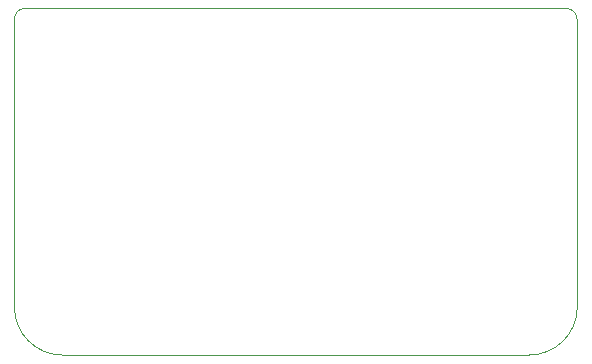
<source format=gbr>
G04 #@! TF.GenerationSoftware,KiCad,Pcbnew,(5.1.5)-3*
G04 #@! TF.CreationDate,2021-12-12T15:29:12-06:00*
G04 #@! TF.ProjectId,InputJoyStickSTM32QFN28,496e7075-744a-46f7-9953-7469636b5354,rev?*
G04 #@! TF.SameCoordinates,Original*
G04 #@! TF.FileFunction,Profile,NP*
%FSLAX46Y46*%
G04 Gerber Fmt 4.6, Leading zero omitted, Abs format (unit mm)*
G04 Created by KiCad (PCBNEW (5.1.5)-3) date 2021-12-12 15:29:12*
%MOMM*%
%LPD*%
G04 APERTURE LIST*
%ADD10C,0.050000*%
G04 APERTURE END LIST*
D10*
X179279873Y-85389743D02*
G75*
G02X180239940Y-86360000I-5095J-965162D01*
G01*
X132588000Y-86296602D02*
G75*
G02X133489685Y-85389720I901685J5182D01*
G01*
X132588000Y-110680500D02*
X132588000Y-86296602D01*
X136652000Y-114744500D02*
G75*
G02X132588000Y-110680500I0J4064000D01*
G01*
X176153080Y-114744500D02*
X136652000Y-114744500D01*
X180239940Y-86360000D02*
X180250164Y-110667800D01*
X180250164Y-110670340D02*
G75*
G02X176153080Y-114744500I-4074224J0D01*
G01*
X179279820Y-85389720D02*
X133489685Y-85389720D01*
M02*

</source>
